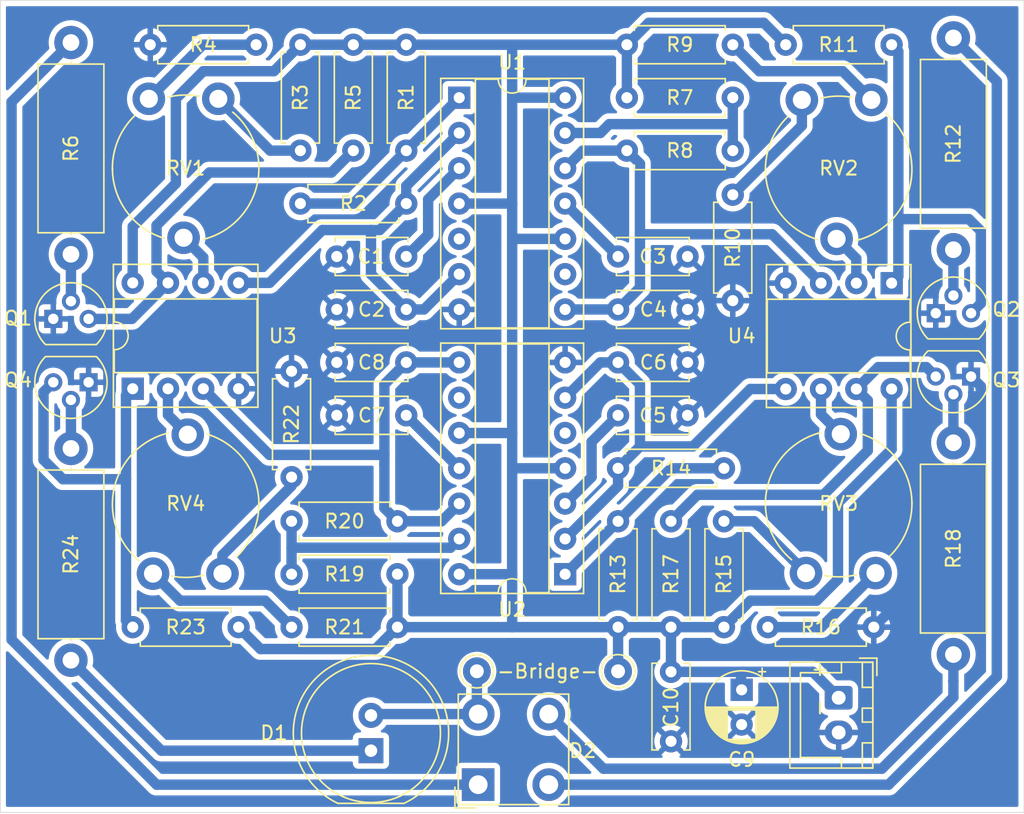
<source format=kicad_pcb>
(kicad_pcb (version 20211014) (generator pcbnew)
  (layers (0 "F.Cu" signal) (31 "B.Cu" signal) (34 "B.Paste" user) (35 "F.Paste" user) (36 "B.SilkS" user "B.Silkscreen") (37 "F.SilkS" user "F.Silkscreen") (38 "B.Mask" user) (39 "F.Mask" user) (44 "Edge.Cuts" user))
  (net 0 "")
  (net 1 "GND")
  (net 2 "Net-(C1-Pad1)")
  (net 3 "Net-(C2-Pad1)")
  (net 4 "Net-(C3-Pad1)")
  (net 5 "Net-(C4-Pad1)")
  (net 6 "Net-(C5-Pad1)")
  (net 7 "Net-(C6-Pad1)")
  (net 8 "Net-(C7-Pad1)")
  (net 9 "Net-(C8-Pad1)")
  (net 10 "VCC")
  (net 11 "Red")
  (net 12 "Blue")
  (net 13 "Green")
  (net 14 "Net-(R1-Pad2)")
  (net 15 "Net-(R7-Pad2)")
  (net 16 "Net-(Q1-Pad2)")
  (net 17 "Net-(Q2-Pad2)")
  (net 18 "Net-(Q3-Pad2)")
  (net 19 "Net-(Q4-Pad2)")
  (net 20 "Net-(R3-Pad2)")
  (net 21 "Net-(R4-Pad1)")
  (net 22 "Net-(R9-Pad2)")
  (net 23 "Net-(R10-Pad1)")
  (net 24 "Net-(R13-Pad2)")
  (net 25 "Net-(R15-Pad2)")
  (net 26 "Net-(R16-Pad1)")
  (net 27 "Net-(R19-Pad2)")
  (net 28 "Net-(R21-Pad2)")
  (net 29 "Net-(R22-Pad1)")
  (net 30 "Net-(D1-Pad1)")
  (net 31 "Net-(RV2-Pad2)")
  (net 32 "Net-(RV3-Pad2)")
  (net 33 "Net-(RV4-Pad2)")
  (net 38 "Net-(Q1-Pad3)")
  (net 39 "V_LED")
  (net 40 "Net-(RV1-Pad2)")
  (net 41 "Net-(Q2-Pad3)")
  (net 42 "Net-(Q3-Pad3)")
  (net 43 "Net-(Q4-Pad3)")
  (footprint "Capacitor_THT:C_Disc_D6.0mm_W2.5mm_P5.00mm" (layer "F.Cu") (at 114.934999 117.584315 -90)
    (fp_text reference "C10" (at 2.54 0 90) (layer "F.SilkS"))
    (fp_text value "100n")
    (pad "1" thru_hole circle locked (at 0 0 270) (size 1.6 1.6) (drill 0.8) (layers *.Cu *.Mask) (net 10 "VCC"))
    (pad "2" thru_hole circle locked (at 5 0 270) (size 1.6 1.6) (drill 0.8) (layers *.Cu *.Mask) (net 1 "GND"))
  )
  (footprint "LED_THT:LED_D10.0mm" (layer "F.Cu") (at 93.344999 123.259315 90)
    (fp_text reference "D1" (at 1.27 -6.985) (layer "F.SilkS"))
    (fp_text value "White")
    (pad "1" thru_hole rect locked (at 0 0 90) (size 1.8 1.8) (drill 0.9) (layers *.Cu *.Mask) (net 30 "Net-(D1-Pad1)"))
    (pad "2" thru_hole circle locked (at 2.54 0 90) (size 1.8 1.8) (drill 0.9) (layers *.Cu *.Mask) (net 39 "V_LED"))
  )
  (footprint "LED_THT:LED_BL-FL7680RGB" (layer "F.Cu") (at 101.059999 125.704315 90)
    (fp_text reference "D2" (at 2.445 7.525) (layer "F.SilkS"))
    (fp_text value "LED_RGBA")
    (pad "1" thru_hole rect locked (at 0 0 90) (size 2.35 2.35) (drill 1.35) (layers *.Cu *.Mask) (net 11 "Red"))
    (pad "2" thru_hole circle locked (at 0 5.08 90) (size 2.35 2.35) (drill 1.35) (layers *.Cu *.Mask) (net 13 "Green"))
    (pad "3" thru_hole circle locked (at 5.08 5.08 90) (size 2.35 2.35) (drill 1.35) (layers *.Cu *.Mask) (net 12 "Blue"))
    (pad "4" thru_hole circle locked (at 5.08 0 90) (size 2.35 2.35) (drill 1.35) (layers *.Cu *.Mask) (net 39 "V_LED"))
  )
  (footprint "Package_TO_SOT_THT:TO-92" (layer "F.Cu") (at 133.984994 91.777577)
    (fp_text reference "Q2" (at 5.080005 -0.268262) (layer "F.SilkS"))
    (fp_text value "BC639")
    (pad "1" thru_hole rect locked (at 0 0) (size 1.3 1.3) (drill 0.75) (layers *.Cu *.Mask) (net 1 "GND"))
    (pad "2" thru_hole circle locked (at 1.27 -1.27) (size 1.3 1.3) (drill 0.75) (layers *.Cu *.Mask) (net 17 "Net-(Q2-Pad2)"))
    (pad "3" thru_hole circle locked (at 2.54 0) (size 1.3 1.3) (drill 0.75) (layers *.Cu *.Mask) (net 41 "Net-(Q2-Pad3)"))
  )
  (footprint "Package_TO_SOT_THT:TO-92" (layer "F.Cu") (at 136.524994 96.338826 180)
    (fp_text reference "Q3" (at -2.540005 -0.250489) (layer "F.SilkS"))
    (fp_text value "BC639")
    (pad "1" thru_hole rect locked (at 0 0 180) (size 1.3 1.3) (drill 0.75) (layers *.Cu *.Mask) (net 1 "GND"))
    (pad "2" thru_hole circle locked (at 1.27 -1.27 180) (size 1.3 1.3) (drill 0.75) (layers *.Cu *.Mask) (net 18 "Net-(Q3-Pad2)"))
    (pad "3" thru_hole circle locked (at 2.54 0 180) (size 1.3 1.3) (drill 0.75) (layers *.Cu *.Mask) (net 42 "Net-(Q3-Pad3)"))
  )
  (footprint "Package_TO_SOT_THT:TO-92" (layer "F.Cu") (at 73.024994 96.748063 180)
    (fp_text reference "Q4" (at 5.079995 0.158748) (layer "F.SilkS"))
    (fp_text value "BC639")
    (pad "1" thru_hole rect locked (at 0 0 180) (size 1.3 1.3) (drill 0.75) (layers *.Cu *.Mask) (net 1 "GND"))
    (pad "2" thru_hole circle locked (at 1.27 -1.27 180) (size 1.3 1.3) (drill 0.75) (layers *.Cu *.Mask) (net 19 "Net-(Q4-Pad2)"))
    (pad "3" thru_hole circle locked (at 2.54 0 180) (size 1.3 1.3) (drill 0.75) (layers *.Cu *.Mask) (net 43 "Net-(Q4-Pad3)"))
  )
  (footprint "Resistor_THT:R_Axial_DIN0414_L11.9mm_D4.5mm_P15.24mm_Horizontal" (layer "F.Cu") (at 71.754994 87.540567 90)
    (fp_text reference "R6" (at 7.62 0.000001 90) (layer "F.SilkS"))
    (fp_text value "150")
    (pad "1" thru_hole circle (at 0 0 90) (size 2.4 2.4) (drill 1.2) (layers *.Cu *.Mask) (net 16 "Net-(Q1-Pad2)"))
    (pad "2" thru_hole oval (at 15.24 0 90) (size 2.4 2.4) (drill 1.2) (layers *.Cu *.Mask) (net 11 "Red"))
  )
  (footprint "Resistor_THT:R_Axial_DIN0414_L11.9mm_D4.5mm_P15.24mm_Horizontal" (layer "F.Cu") (at 135.254994 87.210078 90)
    (fp_text reference "R12" (at 7.62 0 90) (layer "F.SilkS"))
    (fp_text value "180")
    (pad "1" thru_hole circle (at 0 0 90) (size 2.4 2.4) (drill 1.2) (layers *.Cu *.Mask) (net 17 "Net-(Q2-Pad2)"))
    (pad "2" thru_hole oval (at 15.24 0 90) (size 2.4 2.4) (drill 1.2) (layers *.Cu *.Mask) (net 13 "Green"))
  )
  (footprint "Resistor_THT:R_Axial_DIN0207_L6.3mm_D2.5mm_P7.62mm_Horizontal" (layer "F.Cu") (at 111.124994 114.369317 90)
    (fp_text reference "R13" (at 3.81 0 90) (layer "F.SilkS"))
    (fp_text value "10k")
    (pad "1" thru_hole circle locked (at 0 0 90) (size 1.6 1.6) (drill 0.8) (layers *.Cu *.Mask) (net 10 "VCC"))
    (pad "2" thru_hole oval locked (at 7.62 0 90) (size 1.6 1.6) (drill 0.8) (layers *.Cu *.Mask) (net 24 "Net-(R13-Pad2)"))
  )
  (footprint "Resistor_THT:R_Axial_DIN0207_L6.3mm_D2.5mm_P7.62mm_Horizontal" (layer "F.Cu") (at 118.744994 114.369312 90)
    (fp_text reference "R15" (at 3.81 0 90) (layer "F.SilkS"))
    (fp_text value "82k")
    (pad "1" thru_hole circle locked (at 0 0 90) (size 1.6 1.6) (drill 0.8) (layers *.Cu *.Mask) (net 10 "VCC"))
    (pad "2" thru_hole oval locked (at 7.62 0 90) (size 1.6 1.6) (drill 0.8) (layers *.Cu *.Mask) (net 25 "Net-(R15-Pad2)"))
  )
  (footprint "Resistor_THT:R_Axial_DIN0207_L6.3mm_D2.5mm_P7.62mm_Horizontal" (layer "F.Cu") (at 121.906179 114.369312)
    (fp_text reference "R16" (at 3.81 0) (layer "F.SilkS"))
    (fp_text value "82k")
    (pad "1" thru_hole circle locked (at 0 0) (size 1.6 1.6) (drill 0.8) (layers *.Cu *.Mask) (net 26 "Net-(R16-Pad1)"))
    (pad "2" thru_hole oval locked (at 7.62 0) (size 1.6 1.6) (drill 0.8) (layers *.Cu *.Mask) (net 1 "GND"))
  )
  (footprint "Resistor_THT:R_Axial_DIN0414_L11.9mm_D4.5mm_P15.24mm_Horizontal" (layer "F.Cu") (at 135.254994 101.101327 -90)
    (fp_text reference "R18" (at 7.62 0 -90) (layer "F.SilkS"))
    (fp_text value "180")
    (pad "1" thru_hole circle (at 0 0 270) (size 2.4 2.4) (drill 1.2) (layers *.Cu *.Mask) (net 18 "Net-(Q3-Pad2)"))
    (pad "2" thru_hole oval (at 15.24 0 270) (size 2.4 2.4) (drill 1.2) (layers *.Cu *.Mask) (net 12 "Blue"))
  )
  (footprint "Resistor_THT:R_Axial_DIN0207_L6.3mm_D2.5mm_P7.62mm_Horizontal" (layer "F.Cu") (at 87.629994 103.574317 90)
    (fp_text reference "R22" (at 3.81 0 90) (layer "F.SilkS"))
    (fp_text value "82k")
    (pad "1" thru_hole circle locked (at 0 0 90) (size 1.6 1.6) (drill 0.8) (layers *.Cu *.Mask) (net 29 "Net-(R22-Pad1)"))
    (pad "2" thru_hole oval locked (at 7.62 0 90) (size 1.6 1.6) (drill 0.8) (layers *.Cu *.Mask) (net 1 "GND"))
  )
  (footprint "Resistor_THT:R_Axial_DIN0414_L11.9mm_D4.5mm_P15.24mm_Horizontal" (layer "F.Cu") (at 71.754994 101.510564 -90)
    (fp_text reference "R24" (at 7.62 -0.000001 -90) (layer "F.SilkS"))
    (fp_text value "220")
    (pad "1" thru_hole circle (at 0 0 270) (size 2.4 2.4) (drill 1.2) (layers *.Cu *.Mask) (net 19 "Net-(Q4-Pad2)"))
    (pad "2" thru_hole oval (at 15.24 0 270) (size 2.4 2.4) (drill 1.2) (layers *.Cu *.Mask) (net 30 "Net-(D1-Pad1)"))
  )
  (footprint "Potentiometer_THT:Potentiometer_Piher_PT-10-V10_Vertical" (layer "F.Cu") (at 129.649995 110.479317 90)
    (fp_text reference "RV3" (at 5.000002 -2.649996) (layer "F.SilkS"))
    (fp_text value "100k")
    (pad "1" thru_hole circle locked (at 0 0 90) (size 2.34 2.34) (drill 1.3) (layers *.Cu *.Mask) (net 26 "Net-(R16-Pad1)"))
    (pad "2" thru_hole circle locked (at 10 -2.5 90) (size 2.34 2.34) (drill 1.3) (layers *.Cu *.Mask) (net 32 "Net-(RV3-Pad2)"))
    (pad "3" thru_hole circle locked (at 0 -5 90) (size 2.34 2.34) (drill 1.3) (layers *.Cu *.Mask) (net 25 "Net-(R15-Pad2)"))
  )
  (footprint "Potentiometer_THT:Potentiometer_Piher_PT-10-V10_Vertical" (layer "F.Cu") (at 82.659995 110.519806 90)
    (fp_text reference "RV4" (at 5.040491 -2.649996 180) (layer "F.SilkS"))
    (fp_text value "100k")
    (pad "1" thru_hole circle locked (at 0 0 90) (size 2.34 2.34) (drill 1.3) (layers *.Cu *.Mask) (net 29 "Net-(R22-Pad1)"))
    (pad "2" thru_hole circle locked (at 10 -2.5 90) (size 2.34 2.34) (drill 1.3) (layers *.Cu *.Mask) (net 33 "Net-(RV4-Pad2)"))
    (pad "3" thru_hole circle locked (at 0 -5 90) (size 2.34 2.34) (drill 1.3) (layers *.Cu *.Mask) (net 28 "Net-(R21-Pad2)"))
  )
  (footprint "Resistor_THT:R_Axial_DIN0207_L6.3mm_D2.5mm_P7.62mm_Horizontal" (layer "F.Cu") (at 111.759995 76.269313)
    (fp_text reference "R7" (at 3.81 0) (layer "F.SilkS"))
    (fp_text value "10k")
    (pad "1" thru_hole circle locked (at 0 0) (size 1.6 1.6) (drill 0.8) (layers *.Cu *.Mask) (net 10 "VCC"))
    (pad "2" thru_hole oval locked (at 7.62 0) (size 1.6 1.6) (drill 0.8) (layers *.Cu *.Mask) (net 15 "Net-(R7-Pad2)"))
  )
  (footprint "Resistor_THT:R_Axial_DIN0207_L6.3mm_D2.5mm_P7.62mm_Horizontal" (layer "F.Cu") (at 95.884994 72.459315 -90)
    (fp_text reference "R1" (at 3.81 0 90) (layer "F.SilkS"))
    (fp_text value "10k")
    (pad "1" thru_hole circle locked (at 0 0 270) (size 1.6 1.6) (drill 0.8) (layers *.Cu *.Mask) (net 10 "VCC"))
    (pad "2" thru_hole oval locked (at 7.62 0 270) (size 1.6 1.6) (drill 0.8) (layers *.Cu *.Mask) (net 14 "Net-(R1-Pad2)"))
  )
  (footprint "Package_DIP:DIP-8_W7.62mm_Socket" (layer "F.Cu") (at 76.199995 97.214317 90)
    (fp_text reference "U3" (at 3.8 10.794999 180) (layer "F.SilkS"))
    (fp_text value "LM393")
    (pad "1" thru_hole rect locked (at 0 0 90) (size 1.6 1.6) (drill 0.8) (layers *.Cu *.Mask) (net 43 "Net-(Q4-Pad3)"))
    (pad "2" thru_hole oval locked (at 0 2.54 90) (size 1.6 1.6) (drill 0.8) (layers *.Cu *.Mask) (net 33 "Net-(RV4-Pad2)"))
    (pad "3" thru_hole oval locked (at 0 5.08 90) (size 1.6 1.6) (drill 0.8) (layers *.Cu *.Mask) (net 9 "Net-(C8-Pad1)"))
    (pad "4" thru_hole oval locked (at 0 7.62 90) (size 1.6 1.6) (drill 0.8) (layers *.Cu *.Mask) (net 1 "GND"))
    (pad "5" thru_hole oval locked (at 7.62 7.62 90) (size 1.6 1.6) (drill 0.8) (layers *.Cu *.Mask) (net 3 "Net-(C2-Pad1)"))
    (pad "6" thru_hole oval locked (at 7.62 5.08 90) (size 1.6 1.6) (drill 0.8) (layers *.Cu *.Mask) (net 40 "Net-(RV1-Pad2)"))
    (pad "7" thru_hole oval locked (at 7.62 2.54 90) (size 1.6 1.6) (drill 0.8) (layers *.Cu *.Mask) (net 38 "Net-(Q1-Pad3)"))
    (pad "8" thru_hole oval locked (at 7.62 0 90) (size 1.6 1.6) (drill 0.8) (layers *.Cu *.Mask) (net 10 "VCC"))
  )
  (footprint "Resistor_THT:R_Axial_DIN0207_L6.3mm_D2.5mm_P7.62mm_Horizontal" (layer "F.Cu") (at 85.081071 72.459312 180)
    (fp_text reference "R4" (at 3.81 0) (layer "F.SilkS"))
    (fp_text value "82k")
    (pad "1" thru_hole circle locked (at 0 0 180) (size 1.6 1.6) (drill 0.8) (layers *.Cu *.Mask) (net 21 "Net-(R4-Pad1)"))
    (pad "2" thru_hole oval locked (at 7.62 0 180) (size 1.6 1.6) (drill 0.8) (layers *.Cu *.Mask) (net 1 "GND"))
  )
  (footprint "Resistor_THT:R_Axial_DIN0207_L6.3mm_D2.5mm_P7.62mm_Horizontal" (layer "F.Cu") (at 111.759995 72.459313)
    (fp_text reference "R9" (at 3.81 0) (layer "F.SilkS"))
    (fp_text value "82k")
    (pad "1" thru_hole circle locked (at 0 0) (size 1.6 1.6) (drill 0.8) (layers *.Cu *.Mask) (net 10 "VCC"))
    (pad "2" thru_hole oval locked (at 7.62 0) (size 1.6 1.6) (drill 0.8) (layers *.Cu *.Mask) (net 22 "Net-(R9-Pad2)"))
  )
  (footprint "Resistor_THT:R_Axial_DIN0207_L6.3mm_D2.5mm_P7.62mm_Horizontal" (layer "F.Cu") (at 119.379995 83.254317 -90)
    (fp_text reference "R10" (at 3.81 0 90) (layer "F.SilkS"))
    (fp_text value "82k")
    (pad "1" thru_hole circle locked (at 0 0 270) (size 1.6 1.6) (drill 0.8) (layers *.Cu *.Mask) (net 23 "Net-(R10-Pad1)"))
    (pad "2" thru_hole oval locked (at 7.62 0 270) (size 1.6 1.6) (drill 0.8) (layers *.Cu *.Mask) (net 1 "GND"))
  )
  (footprint "Resistor_THT:R_Axial_DIN0207_L6.3mm_D2.5mm_P7.62mm_Horizontal" (layer "F.Cu") (at 88.264994 72.459312 -90)
    (fp_text reference "R3" (at 3.81 0.000004 -270) (layer "F.SilkS"))
    (fp_text value "82k")
    (pad "1" thru_hole circle locked (at 0 0 270) (size 1.6 1.6) (drill 0.8) (layers *.Cu *.Mask) (net 10 "VCC"))
    (pad "2" thru_hole oval locked (at 7.62 0 270) (size 1.6 1.6) (drill 0.8) (layers *.Cu *.Mask) (net 20 "Net-(R3-Pad2)"))
  )
  (footprint "Potentiometer_THT:Potentiometer_Piher_PT-10-V10_Vertical" (layer "F.Cu") (at 77.359995 76.349317 -90)
    (fp_text reference "RV1" (at 4.999998 -2.650004 180) (layer "F.SilkS"))
    (fp_text value "100k")
    (pad "1" thru_hole circle locked (at 0 0 270) (size 2.34 2.34) (drill 1.3) (layers *.Cu *.Mask) (net 21 "Net-(R4-Pad1)"))
    (pad "2" thru_hole circle locked (at 10 -2.5 270) (size 2.34 2.34) (drill 1.3) (layers *.Cu *.Mask) (net 40 "Net-(RV1-Pad2)"))
    (pad "3" thru_hole circle locked (at 0 -5 270) (size 2.34 2.34) (drill 1.3) (layers *.Cu *.Mask) (net 20 "Net-(R3-Pad2)"))
  )
  (footprint "Potentiometer_THT:Potentiometer_Piher_PT-10-V10_Vertical" (layer "F.Cu") (at 124.349995 76.429317 -90)
    (fp_text reference "RV2" (at 4.919998 -2.650004 180) (layer "F.SilkS"))
    (fp_text value "100k")
    (pad "1" thru_hole circle locked (at 0 0 270) (size 2.34 2.34) (drill 1.3) (layers *.Cu *.Mask) (net 23 "Net-(R10-Pad1)"))
    (pad "2" thru_hole circle locked (at 10 -2.5 270) (size 2.34 2.34) (drill 1.3) (layers *.Cu *.Mask) (net 31 "Net-(RV2-Pad2)"))
    (pad "3" thru_hole circle locked (at 0 -5 270) (size 2.34 2.34) (drill 1.3) (layers *.Cu *.Mask) (net 22 "Net-(R9-Pad2)"))
  )
  (footprint "Package_DIP:DIP-8_W7.62mm_Socket" (layer "F.Cu") (at 130.809995 89.614317 -90)
    (fp_text reference "U4" (at 3.8 10.795001 180) (layer "F.SilkS"))
    (fp_text value "LM393")
    (pad "1" thru_hole rect locked (at 0 0 270) (size 1.6 1.6) (drill 0.8) (layers *.Cu *.Mask) (net 41 "Net-(Q2-Pad3)"))
    (pad "2" thru_hole oval locked (at 0 2.54 270) (size 1.6 1.6) (drill 0.8) (layers *.Cu *.Mask) (net 31 "Net-(RV2-Pad2)"))
    (pad "3" thru_hole oval locked (at 0 5.08 270) (size 1.6 1.6) (drill 0.8) (layers *.Cu *.Mask) (net 5 "Net-(C4-Pad1)"))
    (pad "4" thru_hole oval locked (at 0 7.62 270) (size 1.6 1.6) (drill 0.8) (layers *.Cu *.Mask) (net 1 "GND"))
    (pad "5" thru_hole oval locked (at 7.62 7.62 270) (size 1.6 1.6) (drill 0.8) (layers *.Cu *.Mask) (net 7 "Net-(C6-Pad1)"))
    (pad "6" thru_hole oval locked (at 7.62 5.08 270) (size 1.6 1.6) (drill 0.8) (layers *.Cu *.Mask) (net 32 "Net-(RV3-Pad2)"))
    (pad "7" thru_hole oval locked (at 7.62 2.54 270) (size 1.6 1.6) (drill 0.8) (layers *.Cu *.Mask) (net 42 "Net-(Q3-Pad3)"))
    (pad "8" thru_hole oval locked (at 7.62 0 270) (size 1.6 1.6) (drill 0.8) (layers *.Cu *.Mask) (net 10 "VCC"))
  )
  (footprint "Package_TO_SOT_THT:TO-92" (layer "F.Cu") (at 70.484994 92.186817)
    (fp_text reference "Q1" (at -2.539995 -0.042502) (layer "F.SilkS"))
    (fp_text value "BC639")
    (pad "1" thru_hole rect locked (at 0 0) (size 1.3 1.3) (drill 0.75) (layers *.Cu *.Mask) (net 1 "GND"))
    (pad "2" thru_hole circle locked (at 1.27 -1.27) (size 1.3 1.3) (drill 0.75) (layers *.Cu *.Mask) (net 16 "Net-(Q1-Pad2)"))
    (pad "3" thru_hole circle locked (at 2.54 0) (size 1.3 1.3) (drill 0.75) (layers *.Cu *.Mask) (net 38 "Net-(Q1-Pad3)"))
  )
  (footprint "Capacitor_THT:C_Disc_D5.0mm_W2.5mm_P5.00mm" (layer "F.Cu") (at 95.884994 87.699318 180)
    (fp_text reference "C1" (at 2.539996 0) (layer "F.SilkS"))
    (fp_text value "10n")
    (pad "1" thru_hole circle locked (at 0 0 180) (size 1.6 1.6) (drill 0.8) (layers *.Cu *.Mask) (net 2 "Net-(C1-Pad1)"))
    (pad "2" thru_hole circle locked (at 5 0 180) (size 1.6 1.6) (drill 0.8) (layers *.Cu *.Mask) (net 1 "GND"))
  )
  (footprint "Capacitor_THT:C_Disc_D5.0mm_W2.5mm_P5.00mm" (layer "F.Cu") (at 111.124996 91.509325)
    (fp_text reference "C4" (at 2.539999 -0.000007) (layer "F.SilkS"))
    (fp_text value "10n")
    (pad "1" thru_hole circle locked (at 0 0) (size 1.6 1.6) (drill 0.8) (layers *.Cu *.Mask) (net 5 "Net-(C4-Pad1)"))
    (pad "2" thru_hole circle locked (at 5 0) (size 1.6 1.6) (drill 0.8) (layers *.Cu *.Mask) (net 1 "GND"))
  )
  (footprint "Capacitor_THT:C_Disc_D5.0mm_W2.5mm_P5.00mm" (layer "F.Cu") (at 111.124995 99.129318)
    (fp_text reference "C5" (at 2.5 -0.000001) (layer "F.SilkS"))
    (fp_text value "10n")
    (pad "1" thru_hole circle locked (at 0 0) (size 1.6 1.6) (drill 0.8) (layers *.Cu *.Mask) (net 6 "Net-(C5-Pad1)"))
    (pad "2" thru_hole circle locked (at 5 0) (size 1.6 1.6) (drill 0.8) (layers *.Cu *.Mask) (net 1 "GND"))
  )
  (footprint "Capacitor_THT:C_Disc_D5.0mm_W2.5mm_P5.00mm" (layer "F.Cu") (at 111.124995 87.699317)
    (fp_text reference "C3" (at 2.5 0.000001) (layer "F.SilkS"))
    (fp_text value "10n")
    (pad "1" thru_hole circle locked (at 0 0) (size 1.6 1.6) (drill 0.8) (layers *.Cu *.Mask) (net 4 "Net-(C3-Pad1)"))
    (pad "2" thru_hole circle locked (at 5 0) (size 1.6 1.6) (drill 0.8) (layers *.Cu *.Mask) (net 1 "GND"))
  )
  (footprint "Resistor_THT:R_Axial_DIN0207_L6.3mm_D2.5mm_P7.62mm_Horizontal" (layer "F.Cu") (at 119.379994 80.079313 180)
    (fp_text reference "R8" (at 3.809999 0) (layer "F.SilkS"))
    (fp_text value "10k")
    (pad "1" thru_hole circle locked (at 0 0 180) (size 1.6 1.6) (drill 0.8) (layers *.Cu *.Mask) (net 15 "Net-(R7-Pad2)"))
    (pad "2" thru_hole oval locked (at 7.62 0 180) (size 1.6 1.6) (drill 0.8) (layers *.Cu *.Mask) (net 5 "Net-(C4-Pad1)"))
  )
  (footprint "Resistor_THT:R_Axial_DIN0207_L6.3mm_D2.5mm_P7.62mm_Horizontal" (layer "F.Cu") (at 118.744994 102.939319 180)
    (fp_text reference "R14" (at 3.809999 0.000001) (layer "F.SilkS"))
    (fp_text value "10k")
    (pad "1" thru_hole circle locked (at 0 0 180) (size 1.6 1.6) (drill 0.8) (layers *.Cu *.Mask) (net 24 "Net-(R13-Pad2)"))
    (pad "2" thru_hole oval locked (at 7.62 0 180) (size 1.6 1.6) (drill 0.8) (layers *.Cu *.Mask) (net 7 "Net-(C6-Pad1)"))
  )
  (footprint "Capacitor_THT:C_Disc_D5.0mm_W2.5mm_P5.00mm" (layer "F.Cu") (at 95.884993 91.509312 180)
    (fp_text reference "C2" (at 2.5 -0.000006) (layer "F.SilkS"))
    (fp_text value "10n")
    (pad "1" thru_hole circle locked (at 0 0 180) (size 1.6 1.6) (drill 0.8) (layers *.Cu *.Mask) (net 3 "Net-(C2-Pad1)"))
    (pad "2" thru_hole circle locked (at 5 0 180) (size 1.6 1.6) (drill 0.8) (layers *.Cu *.Mask) (net 1 "GND"))
  )
  (footprint "Capacitor_THT:C_Disc_D5.0mm_W2.5mm_P5.00mm" (layer "F.Cu") (at 95.884995 99.129316 180)
    (fp_text reference "C7" (at 2.5 -0.000002) (layer "F.SilkS"))
    (fp_text value "10n")
    (pad "1" thru_hole circle locked (at 0 0 180) (size 1.6 1.6) (drill 0.8) (layers *.Cu *.Mask) (net 8 "Net-(C7-Pad1)"))
    (pad "2" thru_hole circle locked (at 5 0 180) (size 1.6 1.6) (drill 0.8) (layers *.Cu *.Mask) (net 1 "GND"))
  )
  (footprint "Resistor_THT:R_Axial_DIN0207_L6.3mm_D2.5mm_P7.62mm_Horizontal" (layer "F.Cu") (at 88.264995 83.889317)
    (fp_text reference "R2" (at 3.809999 0.000001) (layer "F.SilkS"))
    (fp_text value "10k")
    (pad "1" thru_hole circle locked (at 0 0) (size 1.6 1.6) (drill 0.8) (layers *.Cu *.Mask) (net 14 "Net-(R1-Pad2)"))
    (pad "2" thru_hole oval locked (at 7.62 0) (size 1.6 1.6) (drill 0.8) (layers *.Cu *.Mask) (net 3 "Net-(C2-Pad1)"))
  )
  (footprint "Capacitor_THT:C_Disc_D5.0mm_W2.5mm_P5.00mm" (layer "F.Cu") (at 111.125001 95.319315)
    (fp_text reference "C6" (at 2.539993 0.000002) (layer "F.SilkS"))
    (fp_text value "10n")
    (pad "1" thru_hole circle locked (at 0 0) (size 1.6 1.6) (drill 0.8) (layers *.Cu *.Mask) (net 7 "Net-(C6-Pad1)"))
    (pad "2" thru_hole circle locked (at 5 0) (size 1.6 1.6) (drill 0.8) (layers *.Cu *.Mask) (net 1 "GND"))
  )
  (footprint "Capacitor_THT:C_Disc_D5.0mm_W2.5mm_P5.00mm" (layer "F.Cu") (at 95.884998 95.319318 180)
    (fp_text reference "C8" (at 2.5 0) (layer "F.SilkS"))
    (fp_text value "10n")
    (pad "1" thru_hole circle locked (at 0 0 180) (size 1.6 1.6) (drill 0.8) (layers *.Cu *.Mask) (net 9 "Net-(C8-Pad1)"))
    (pad "2" thru_hole circle locked (at 5 0 180) (size 1.6 1.6) (drill 0.8) (layers *.Cu *.Mask) (net 1 "GND"))
  )
  (footprint "Package_DIP:DIP-14_W7.62mm_Socket" (layer "F.Cu") (at 107.314995 110.559309 180)
    (fp_text reference "U2" (at 3.810001 -2.540008) (layer "F.SilkS"))
    (fp_text value "NE556")
    (pad "1" thru_hole rect locked (at 0 0 180) (size 1.6 1.6) (drill 0.8) (layers *.Cu *.Mask) (net 24 "Net-(R13-Pad2)"))
    (pad "2" thru_hole oval locked (at 0 2.54 180) (size 1.6 1.6) (drill 0.8) (layers *.Cu *.Mask) (net 7 "Net-(C6-Pad1)"))
    (pad "3" thru_hole oval locked (at 0 5.08 180) (size 1.6 1.6) (drill 0.8) (layers *.Cu *.Mask) (net 6 "Net-(C5-Pad1)"))
    (pad "4" thru_hole oval locked (at 0 7.62 180) (size 1.6 1.6) (drill 0.8) (layers *.Cu *.Mask) (net 10 "VCC"))
    (pad "5" thru_hole oval locked (at 0 10.16 180) (size 1.6 1.6) (drill 0.8) (layers *.Cu *.Mask))
    (pad "6" thru_hole oval locked (at 0 12.7 180) (size 1.6 1.6) (drill 0.8) (layers *.Cu *.Mask) (net 7 "Net-(C6-Pad1)"))
    (pad "7" thru_hole oval locked (at 0 15.24 180) (size 1.6 1.6) (drill 0.8) (layers *.Cu *.Mask) (net 1 "GND"))
    (pad "8" thru_hole oval locked (at 7.62 15.24 180) (size 1.6 1.6) (drill 0.8) (layers *.Cu *.Mask) (net 9 "Net-(C8-Pad1)"))
    (pad "9" thru_hole oval locked (at 7.62 12.7 180) (size 1.6 1.6) (drill 0.8) (layers *.Cu *.Mask))
    (pad "10" thru_hole oval locked (at 7.62 10.16 180) (size 1.6 1.6) (drill 0.8) (layers *.Cu *.Mask) (net 10 "VCC"))
    (pad "11" thru_hole oval locked (at 7.62 7.62 180) (size 1.6 1.6) (drill 0.8) (layers *.Cu *.Mask) (net 8 "Net-(C7-Pad1)"))
    (pad "12" thru_hole oval locked (at 7.62 5.08 180) (size 1.6 1.6) (drill 0.8) (layers *.Cu *.Mask) (net 9 "Net-(C8-Pad1)"))
    (pad "13" thru_hole oval locked (at 7.62 2.54 180) (size 1.6 1.6) (drill 0.8) (layers *.Cu *.Mask) (net 27 "Net-(R19-Pad2)"))
    (pad "14" thru_hole oval locked (at 7.62 0 180) (size 1.6 1.6) (drill 0.8) (layers *.Cu *.Mask) (net 10 "VCC"))
  )
  (footprint "Package_DIP:DIP-14_W7.62mm_Socket" (layer "F.Cu") (at 99.694995 76.269317)
    (fp_text reference "U1" (at 3.809999 -2.54) (layer "F.SilkS"))
    (fp_text value "NE556")
    (pad "1" thru_hole rect locked (at 0 0) (size 1.6 1.6) (drill 0.8) (layers *.Cu *.Mask) (net 14 "Net-(R1-Pad2)"))
    (pad "2" thru_hole oval locked (at 0 2.54) (size 1.6 1.6) (drill 0.8) (layers *.Cu *.Mask) (net 3 "Net-(C2-Pad1)"))
    (pad "3" thru_hole oval locked (at 0 5.08) (size 1.6 1.6) (drill 0.8) (layers *.Cu *.Mask) (net 2 "Net-(C1-Pad1)"))
    (pad "4" thru_hole oval locked (at 0 7.62) (size 1.6 1.6) (drill 0.8) (layers *.Cu *.Mask) (net 10 "VCC"))
    (pad "5" thru_hole oval locked (at 0 10.16) (size 1.6 1.6) (drill 0.8) (layers *.Cu *.Mask))
    (pad "6" thru_hole oval locked (at 0 12.7) (size 1.6 1.6) (drill 0.8) (layers *.Cu *.Mask) (net 3 "Net-(C2-Pad1)"))
    (pad "7" thru_hole oval locked (at 0 15.24) (size 1.6 1.6) (drill 0.8) (layers *.Cu *.Mask) (net 1 "GND"))
    (pad "8" thru_hole oval locked (at 7.62 15.24) (size 1.6 1.6) (drill 0.8) (layers *.Cu *.Mask) (net 5 "Net-(C4-Pad1)"))
    (pad "9" thru_hole oval locked (at 7.62 12.7) (size 1.6 1.6) (drill 0.8) (layers *.Cu *.Mask))
    (pad "10" thru_hole oval locked (at 7.62 10.16) (size 1.6 1.6) (drill 0.8) (layers *.Cu *.Mask) (net 10 "VCC"))
    (pad "11" thru_hole oval locked (at 7.62 7.62) (size 1.6 1.6) (drill 0.8) (layers *.Cu *.Mask) (net 4 "Net-(C3-Pad1)"))
    (pad "12" thru_hole oval locked (at 7.62 5.08) (size 1.6 1.6) (drill 0.8) (layers *.Cu *.Mask) (net 5 "Net-(C4-Pad1)"))
    (pad "13" thru_hole oval locked (at 7.62 2.54) (size 1.6 1.6) (drill 0.8) (layers *.Cu *.Mask) (net 15 "Net-(R7-Pad2)"))
    (pad "14" thru_hole oval locked (at 7.62 0) (size 1.6 1.6) (drill 0.8) (layers *.Cu *.Mask) (net 10 "VCC"))
  )
  (footprint "Connector_JST:JST_XH_B2B-XH-A_1x02_P2.50mm_Vertical" (layer "F.Cu") (at 126.999999 119.449315 -90)
    (fp_text reference "J1" hide)
    (fp_text value "VBat")
    (pad "1" thru_hole roundrect locked (at 0 0 270) (size 1.7 2) (drill 1) (layers *.Cu *.Mask) (roundrect_rratio 0.1470588235) (net 10 "VCC"))
    (pad "2" thru_hole oval locked (at 2.5 0 270) (size 1.7 2) (drill 1) (layers *.Cu *.Mask) (net 1 "GND"))
  )
  (footprint "Resistor_THT:R_Axial_DIN0207_L6.3mm_D2.5mm_P7.62mm_Horizontal" (layer "F.Cu") (at 95.249994 110.559317 180)
    (fp_text reference "R19" (at 3.81 0) (layer "F.SilkS"))
    (fp_text value "10k")
    (pad "1" thru_hole circle locked (at 0 0 180) (size 1.6 1.6) (drill 0.8) (layers *.Cu *.Mask) (net 10 "VCC"))
    (pad "2" thru_hole oval locked (at 7.62 0 180) (size 1.6 1.6) (drill 0.8) (layers *.Cu *.Mask) (net 27 "Net-(R19-Pad2)"))
  )
  (footprint "Resistor_THT:R_Axial_DIN0207_L6.3mm_D2.5mm_P7.62mm_Horizontal" (layer "F.Cu") (at 87.629994 106.749317)
    (fp_text reference "R20" (at 3.81 0) (layer "F.SilkS"))
    (fp_text value "10k")
    (pad "1" thru_hole circle locked (at 0 0) (size 1.6 1.6) (drill 0.8) (layers *.Cu *.Mask) (net 27 "Net-(R19-Pad2)"))
    (pad "2" thru_hole oval locked (at 7.62 0) (size 1.6 1.6) (drill 0.8) (layers *.Cu *.Mask) (net 9 "Net-(C8-Pad1)"))
  )
  (footprint "Resistor_THT:R_Axial_DIN0207_L6.3mm_D2.5mm_P7.62mm_Horizontal" (layer "F.Cu") (at 95.249994 114.369317 180)
    (fp_text reference "R21" (at 3.81 0) (layer "F.SilkS"))
    (fp_text value "82k")
    (pad "1" thru_hole circle locked (at 0 0 180) (size 1.6 1.6) (drill 0.8) (layers *.Cu *.Mask) (net 10 "VCC"))
    (pad "2" thru_hole oval locked (at 7.62 0 180) (size 1.6 1.6) (drill 0.8) (layers *.Cu *.Mask) (net 28 "Net-(R21-Pad2)"))
  )
  (footprint "Capacitor_THT:CP_Radial_D5.0mm_P2.50mm" (layer "F.Cu") (at 120.014999 118.879203 -90)
    (fp_text reference "C9" (at 5.015112 0) (layer "F.SilkS"))
    (fp_text value "10u")
    (pad "1" thru_hole rect locked (at 0 0 270) (size 1.6 1.6) (drill 0.8) (layers *.Cu *.Mask) (net 10 "VCC"))
    (pad "2" thru_hole circle locked (at 2.5 0 270) (size 1.6 1.6) (drill 0.8) (layers *.Cu *.Mask) (net 1 "GND"))
  )
  (footprint "Resistor_THT:R_Axial_DIN0207_L6.3mm_D2.5mm_P7.62mm_Horizontal" (layer "F.Cu") (at 130.809995 72.459317 180)
    (fp_text reference "R11" (at 3.809996 0.000002) (layer "F.SilkS"))
    (fp_text value "4.7k")
    (pad "1" thru_hole circle (at 0 0 180) (size 1.6 1.6) (drill 0.8) (layers *.Cu *.Mask) (net 41 "Net-(Q2-Pad3)"))
    (pad "2" thru_hole oval (at 7.62 0 180) (size 1.6 1.6) (drill 0.8) (layers *.Cu *.Mask) (net 10 "VCC"))
  )
  (footprint "TestPoint:TestPoint_THTPad_D2.0mm_Drill1.0mm" (layer "F.Cu") (at 111.124999 117.544315)
    (fp_text reference "TP2" hide)
    (fp_text value "TestPoint")
    (pad "1" thru_hole circle (at 0 0) (size 2 2) (drill 1) (layers *.Cu *.Mask) (net 10 "VCC"))
  )
  (footprint "Resistor_THT:R_Axial_DIN0207_L6.3mm_D2.5mm_P7.62mm_Horizontal" (layer "F.Cu") (at 114.934995 106.74932 -90)
    (fp_text reference "R17" (at 3.81 0.000001 90) (layer "F.SilkS"))
    (fp_text value "4.7k")
    (pad "1" thru_hole circle (at 0 0 270) (size 1.6 1.6) (drill 0.8) (layers *.Cu *.Mask) (net 42 "Net-(Q3-Pad3)"))
    (pad "2" thru_hole oval (at 7.62 0 270) (size 1.6 1.6) (drill 0.8) (layers *.Cu *.Mask) (net 10 "VCC"))
  )
  (footprint "Resistor_THT:R_Axial_DIN0207_L6.3mm_D2.5mm_P7.62mm_Horizontal" (layer "F.Cu") (at 76.199995 114.369317)
    (fp_text reference "R23" (at 3.81 0) (layer "F.SilkS"))
    (fp_text value "4.7k")
    (pad "1" thru_hole circle (at 0 0) (size 1.6 1.6) (drill 0.8) (layers *.Cu *.Mask) (net 43 "Net-(Q4-Pad3)"))
    (pad "2" thru_hole oval (at 7.62 0) (size 1.6 1.6) (drill 0.8) (layers *.Cu *.Mask) (net 10 "VCC"))
  )
  (footprint "Resistor_THT:R_Axial_DIN0207_L6.3mm_D2.5mm_P7.62mm_Horizontal" (layer "F.Cu") (at 92.074995 80.079317 90)
    (fp_text reference "R5" (at 3.81 -0.000001 90) (layer "F.SilkS"))
    (fp_text value "4.7k")
    (pad "1" thru_hole circle (at 0 0 90) (size 1.6 1.6) (drill 0.8) (layers *.Cu *.Mask) (net 38 "Net-(Q1-Pad3)"))
    (pad "2" thru_hole oval (at 7.62 0 90) (size 1.6 1.6) (drill 0.8) (layers *.Cu *.Mask) (net 10 "VCC"))
  )
  (footprint "TestPoint:TestPoint_THTPad_D2.0mm_Drill1.0mm" (layer "F.Cu") (at 100.964999 117.544315)
    (fp_text reference "TP1" hide)
    (fp_text value "TestPoint")
    (pad "1" thru_hole circle (at 0 0) (size 2 2) (drill 1) (layers *.Cu *.Mask) (net 39 "V_LED"))
  )
  (gr_line (start 66.674999 127.704315) (end 140.334999 127.704315) (layer "Edge.Cuts") (width 0.05))
  (gr_line (start 140.334999 69.284315) (end 66.674999 69.284315) (layer "Edge.Cuts") (width 0.05))
  (gr_line (start 140.334999 127.704315) (end 140.334999 69.284315) (layer "Edge.Cuts") (width 0.05))
  (gr_line (start 66.674999 69.284315) (end 66.674999 127.704315) (layer "Edge.Cuts") (width 0.05))
  (gr_text "-Bridge-" (at 106.044999 117.544315) (layer "F.SilkS") (effects (font (size 1 1))))
  (gr_text "-  +" (at 125.729999 118.814315 270) (layer "F.SilkS") (effects (font (size 1 1)) (justify mirror)))
  (segment (start 137.229505 97.043337) (end 136.524994 96.338826) (width 0.75) (layer "B.Cu") (net 1))
  (segment (start 137.229505 106.665986) (end 137.229505 97.043337) (width 0.75) (layer "B.Cu") (net 1))
  (segment (start 129.526179 114.369312) (end 137.229505 106.665986) (width 0.75) (layer "B.Cu") (net 1))
  (segment (start 97.459506 83.584806) (end 99.694995 81.349317) (width 0.75) (layer "B.Cu") (net 2))
  (segment (start 97.459506 86.124806) (end 97.459506 83.584806) (width 0.75) (layer "B.Cu") (net 2))
  (segment (start 95.884994 87.699318) (end 97.459506 86.124806) (width 0.75) (layer "B.Cu") (net 2))
  (segment (start 95.884995 83.889317) (end 95.884995 82.619317) (width 0.75) (layer "B.Cu") (net 3))
  (segment (start 95.884993 91.509312) (end 97.155 91.509312) (width 0.75) (layer "B.Cu") (net 3))
  (segment (start 83.819995 89.594317) (end 86.046691 89.594317) (width 0.75) (layer "B.Cu") (net 3))
  (segment (start 95.884993 91.509312) (end 93.344995 88.969314) (width 0.75) (layer "B.Cu") (net 3))
  (segment (start 93.979995 85.794317) (end 95.884995 83.889317) (width 0.75) (layer "B.Cu") (net 3))
  (segment (start 93.344995 85.794317) (end 93.979995 85.794317) (width 0.75) (layer "B.Cu") (net 3))
  (segment (start 97.155 91.509312) (end 99.694995 88.969317) (width 0.75) (layer "B.Cu") (net 3))
  (segment (start 93.344995 88.969314) (end 93.344995 85.794317) (width 0.75) (layer "B.Cu") (net 3))
  (segment (start 95.884995 82.619317) (end 99.694995 78.809317) (width 0.75) (layer "B.Cu") (net 3))
  (segment (start 86.046691 89.594317) (end 89.846691 85.794317) (width 0.75) (layer "B.Cu") (net 3))
  (segment (start 93.344995 85.794317) (end 89.846691 85.794317) (width 0.75) (layer "B.Cu") (net 3))
  (segment (start 107.314995 83.889317) (end 111.124995 87.699317) (width 0.75) (layer "B.Cu") (net 4))
  (segment (start 111.759994 80.079313) (end 112.699506 81.018825) (width 0.75) (layer "B.Cu") (net 5))
  (segment (start 112.699506 89.934816) (end 111.124996 91.509325) (width 0.75) (layer "B.Cu") (net 5))
  (segment (start 112.699506 81.018825) (end 112.699506 89.934816) (width 0.75) (layer "B.Cu") (net 5))
  (segment (start 122.214506 86.098828) (end 125.729995 89.614317) (width 0.75) (layer "B.Cu") (net 5))
  (segment (start 108.584999 80.079313) (end 107.314995 81.349317) (width 0.75) (layer "B.Cu") (net 5))
  (segment (start 112.699506 86.098828) (end 122.214506 86.098828) (width 0.75) (layer "B.Cu") (net 5))
  (segment (start 111.124988 91.509317) (end 111.124996 91.509325) (width 0.75) (layer "B.Cu") (net 5))
  (segment (start 111.759994 80.079313) (end 108.584999 80.079313) (width 0.75) (layer "B.Cu") (net 5))
  (segment (start 107.314995 91.509317) (end 111.124988 91.509317) (width 0.75) (layer "B.Cu") (net 5))
  (segment (start 109.219995 103.574309) (end 109.219995 101.034318) (width 0.75) (layer "B.Cu") (net 6))
  (segment (start 109.219995 101.034318) (end 111.124995 99.129318) (width 0.75) (layer "B.Cu") (net 6))
  (segment (start 107.314995 105.479309) (end 109.219995 103.574309) (width 0.75) (layer "B.Cu") (net 6))
  (segment (start 111.124994 102.939319) (end 112.699506 101.364807) (width 0.75) (layer "B.Cu") (net 7))
  (segment (start 109.854989 95.319315) (end 107.314995 97.859309) (width 0.75) (layer "B.Cu") (net 7))
  (segment (start 116.509506 101.364806) (end 112.699506 101.364806) (width 0.75) (layer "B.Cu") (net 7))
  (segment (start 111.125001 95.319315) (end 109.854989 95.319315) (width 0.75) (layer "B.Cu") (net 7))
  (segment (start 123.189995 97.234317) (end 120.639995 97.234317) (width 0.75) (layer "B.Cu") (net 7))
  (segment (start 112.699506 96.89382) (end 111.125001 95.319315) (width 0.75) (layer "B.Cu") (net 7))
  (segment (start 107.314995 108.019309) (end 111.124994 104.20931) (width 0.75) (layer "B.Cu") (net 7))
  (segment (start 112.699506 101.364807) (end 112.699506 101.364806) (width 0.75) (layer "B.Cu") (net 7))
  (segment (start 111.124994 104.20931) (end 111.124994 102.939319) (width 0.75) (layer "B.Cu") (net 7))
  (segment (start 112.699506 101.364806) (end 112.699506 96.89382) (width 0.75) (layer "B.Cu") (net 7))
  (segment (start 120.639995 97.234317) (end 116.509506 101.364806) (width 0.75) (layer "B.Cu") (net 7))
  (segment (start 99.694995 102.939309) (end 99.694988 102.939309) (width 0.75) (layer "B.Cu") (net 8))
  (segment (start 99.694992 102.939312) (end 99.694995 102.939309) (width 0.75) (layer "B.Cu") (net 8))
  (segment (start 99.694988 102.939309) (end 95.884995 99.129316) (width 0.75) (layer "B.Cu") (net 8))
  (segment (start 95.885007 95.319309) (end 95.884998 95.319318) (width 0.75) (layer "B.Cu") (net 9))
  (segment (start 95.884998 95.319318) (end 94.310484 96.893832) (width 0.75) (layer "B.Cu") (net 9))
  (segment (start 81.279995 97.214317) (end 86.039506 101.973828) (width 0.75) (layer "B.Cu") (net 9))
  (segment (start 94.310484 101.973828) (end 94.310484 102.634806) (width 0.75) (layer "B.Cu") (net 9))
  (segment (start 86.039506 101.973828) (end 94.310484 101.973828) (width 0.75) (layer "B.Cu") (net 9))
  (segment (start 98.424987 106.749317) (end 99.694995 105.479309) (width 0.75) (layer "B.Cu") (net 9))
  (segment (start 94.310484 105.809806) (end 95.249994 106.749317) (width 0.75) (layer "B.Cu") (net 9))
  (segment (start 94.310484 102.634806) (end 94.310484 105.809806) (width 0.75) (layer "B.Cu") (net 9))
  (segment (start 95.249994 106.749317) (end 98.424987 106.749317) (width 0.75) (layer "B.Cu") (net 9))
  (segment (start 99.694995 95.319309) (end 95.885007 95.319309) (width 0.75) (layer "B.Cu") (net 9))
  (segment (start 94.310484 96.893832) (end 94.310484 101.973828) (width 0.75) (layer "B.Cu") (net 9))
  (segment (start 103.504995 100.399309) (end 103.504999 100.399313) (width 0.75) (layer "B.Cu") (net 10))
  (segment (start 99.694995 110.559309) (end 103.504987 110.559309) (width 0.75) (layer "B.Cu") (net 10))
  (segment (start 103.504999 110.559321) (end 103.504999 114.369312) (width 0.75) (layer "B.Cu") (net 10))
  (segment (start 114.934994 116.949312) (end 114.934999 116.949317) (width 0.75) (layer "B.Cu") (net 10))
  (segment (start 114.934995 114.36932) (end 111.124997 114.36932) (width 0.75) (layer "B.Cu") (net 10))
  (segment (start 114.934995 114.36932) (end 118.744986 114.36932) (width 0.75) (layer "B.Cu") (net 10))
  (segment (start 130.809995 101.569362) (end 126.950019 105.429337) (width 0.75) (layer "B.Cu") (net 10))
  (segment (start 103.504999 72.459313) (end 103.504999 76.269321) (width 0.75) (layer "B.Cu") (net 10))
  (segment (start 118.744986 114.36932) (end 118.744994 114.369312) (width 0.75) (layer "B.Cu") (net 10))
  (segment (start 99.694987 110.559317) (end 99.694995 110.559309) (width 0.75) (layer "B.Cu") (net 10))
  (segment (start 114.934999 116.949317) (end 114.934999 117.544315) (width 0.75) (layer "B.Cu") (net 10))
  (segment (start 119.974999 117.584315) (end 119.974999 118.839203) (width 0.75) (layer "B.Cu") (net 10))
  (segment (start 113.334506 70.884802) (end 111.759995 72.459313) (width 0.75) (layer "B.Cu") (net 10))
  (segment (start 114.934995 114.36932) (end 114.934994 116.949312) (width 0.75) (layer "B.Cu") (net 10))
  (segment (start 103.504994 114.369317) (end 95.249994 114.369317) (width 0.75) (layer "B.Cu") (net 10))
  (segment (start 103.504999 114.369312) (end 103.504994 114.369317) (width 0.75) (layer "B.Cu") (net 10))
  (segment (start 93.675483 115.943828) (end 85.394506 115.943828) (width 0.75) (layer "B.Cu") (net 10))
  (segment (start 92.074995 72.459317) (end 95.884992 72.459317) (width 0.75) (layer "B.Cu") (net 10))
  (segment (start 76.199995 85.546188) (end 76.199995 89.594317) (width 0.75) (layer "B.Cu") (net 10))
  (segment (start 120.649994 112.464312) (end 118.744994 114.369312) (width 0.75) (layer "B.Cu") (net 10))
  (segment (start 111.124997 114.36932) (end 111.124994 114.369317) (width 0.75) (layer "B.Cu") (net 10))
  (segment (start 125.414955 112.464312) (end 120.649994 112.464312) (width 0.75) (layer "B.Cu") (net 10))
  (segment (start 103.504997 72.459315) (end 103.504999 72.459313) (width 0.75) (layer "B.Cu") (net 10))
  (segment (start 119.974999 118.839203) (end 120.014999 118.879203) (width 0.75) (layer "B.Cu") (net 10))
  (segment (start 126.950019 110.929248) (end 125.414955 112.464312) (width 0.75) (layer "B.Cu") (net 10))
  (segment (start 95.249994 110.559317) (end 95.249994 114.369317) (width 0.75) (layer "B.Cu") (net 10))
  (segment (start 103.505011 102.939309) (end 103.504999 102.939321) (width 0.75) (layer "B.Cu") (net 10))
  (segment (start 111.759995 72.459313) (end 103.504999 72.459313) (width 0.75) (layer "B.Cu") (net 10))
  (segment (start 79.304506 82.441677) (end 76.199995 85.546188) (width 0.75) (layer "B.Cu") (net 10))
  (segment (start 107.314995 102.939309) (end 103.505011 102.939309) (width 0.75) (layer "B.Cu") (net 10))
  (segment (start 126.999999 119.449315) (end 125.134999 117.584315) (width 0.75) (layer "B.Cu") (net 10))
  (segment (start 123.189995 72.459317) (end 121.61548 70.884802) (width 0.75) (layer "B.Cu") (net 10))
  (segment (start 88.264999 72.459317) (end 88.264994 72.459312) (width 0.75) (layer "B.Cu") (net 10))
  (segment (start 103.504999 100.399313) (end 103.504999 102.939321) (width 0.75) (layer "B.Cu") (net 10))
  (segment (start 81.279994 74.364312) (end 79.304506 76.3398) (width 0.75) (layer "B.Cu") (net 10))
  (segment (start 126.950019 105.429337) (end 126.950019 110.929248) (width 0.75) (layer "B.Cu") (net 10))
  (segment (start 95.249994 114.369317) (end 93.675483 115.943828) (width 0.75) (layer "B.Cu") (net 10))
  (segment (start 103.504999 76.269321) (end 103.504999 83.889321) (width 0.75) (layer "B.Cu") (net 10))
  (segment (start 92.074995 72.459317) (end 88.264999 72.459317) (width 0.75) (layer "B.Cu") (net 10))
  (segment (start 103.504999 102.939321) (end 103.504999 110.559321) (width 0.75) (layer "B.Cu") (net 10))
  (segment (start 119.974999 117.584315) (end 114.934999 117.584315) (width 0.75) (layer "B.Cu") (net 10))
  (segment (start 88.264994 72.459312) (end 86.359994 74.364312) (width 0.75) (layer "B.Cu") (net 10))
  (segment (start 79.304506 76.3398) (end 79.304506 82.441677) (width 0.75) (layer "B.Cu") (net 10))
  (segment (start 103.504999 83.889321) (end 103.504999 86.429321) (width 0.75) (layer "B.Cu") (net 10))
  (segment (start 99.694995 100.399309) (end 103.504995 100.399309) (width 0.75) (layer "B.Cu") (net 10))
  (segment (start 99.694995 83.889317) (end 103.504995 83.889317) (width 0.75) (layer "B.Cu") (net 10))
  (segment (start 111.124994 114.369317) (end 103.504994 114.369317) (width 0.75) (layer "B.Cu") (net 10))
  (segment (start 95.884994 72.459315) (end 103.504997 72.459315) (width 0.75) (layer "B.Cu") (net 10))
  (segment (start 86.359994 74.364312) (end 81.279994 74.364312) (width 0.75) (layer "B.Cu") (net 10))
  (segment (start 107.314995 76.269317) (end 103.505003 76.269317) (width 0.75) (layer "B.Cu") (net 10))
  (segment (start 121.61548 70.884802) (end 113.334506 70.884802) (width 0.75) (layer "B.Cu") (net 10))
  (segment (start 125.134999 117.584315) (end 119.974999 117.584315) (width 0.75) (layer "B.Cu") (net 10))
  (segment (start 95.884992 72.459317) (end 95.884994 72.459315) (width 0.75) (layer "B.Cu") (net 10))
  (segment (start 111.759995 72.459313) (end 111.759995 76.269313) (width 0.75) (layer "B.Cu") (net 10))
  (segment (start 85.394506 115.943828) (end 83.819995 114.369317) (width 0.75) (layer "B.Cu") (net 10))
  (segment (start 130.809995 97.234317) (end 130.809995 101.569362) (width 0.75) (layer "B.Cu") (net 10))
  (segment (start 103.505003 86.429317) (end 103.504999 86.429321) (width 0.75) (layer "B.Cu") (net 10))
  (segment (start 103.505003 76.269317) (end 103.504999 76.269321) (width 0.75) (layer "B.Cu") (net 10))
  (segment (start 103.504999 86.429321) (end 103.504999 100.399313) (width 0.75) (layer "B.Cu") (net 10))
  (segment (start 111.124999 117.544315) (end 111.124999 114.369322) (width 0.75) (layer "B.Cu") (net 10))
  (segment (start 107.314995 86.429317) (end 103.505003 86.429317) (width 0.75) (layer "B.Cu") (net 10))
  (segment (start 111.124999 114.369322) (end 111.124994 114.369317) (width 0.75) (layer "B.Cu") (net 10))
  (segment (start 103.504995 83.889317) (end 103.504999 83.889321) (width 0.75) (layer "B.Cu") (net 10))
  (segment (start 103.504987 110.559309) (end 103.504999 110.559321) (width 0.75) (layer "B.Cu") (net 10))
  (segment (start 101.059999 125.704315) (end 77.916364 125.704315) (width 0.75) (layer "B.Cu") (net 11))
  (segment (start 77.916364 125.704315) (end 67.481443 115.269394) (width 0.75) (layer "B.Cu") (net 11))
  (segment (start 67.481443 115.269394) (end 67.481443 76.574118) (width 0.75) (layer "B.Cu") (net 11))
  (segment (start 67.481443 76.574118) (end 71.754994 72.300567) (width 0.75) (layer "B.Cu") (net 11))
  (segment (start 135.254999 118.24633) (end 135.254994 118.246325) (width 0.75) (layer "B.Cu") (net 12))
  (segment (start 106.139999 120.624315) (end 110.070479 124.554795) (width 0.75) (layer "B.Cu") (net 12))
  (segment (start 110.070479 124.554795) (end 130.113249 124.554795) (width 0.75) (layer "B.Cu") (net 12))
  (segment (start 130.113249 124.554795) (end 135.254999 119.413045) (width 0.75) (layer "B.Cu") (net 12))
  (segment (start 135.254999 119.413045) (end 135.254999 118.24633) (width 0.75) (layer "B.Cu") (net 12))
  (segment (start 135.254994 118.246325) (end 135.254994 116.341327) (width 0.75) (layer "B.Cu") (net 12))
  (segment (start 130.589395 125.704315) (end 106.139999 125.704315) (width 0.75) (layer "B.Cu") (net 13))
  (segment (start 135.254994 71.970078) (end 138.379024 75.094108) (width 0.75) (layer "B.Cu") (net 13))
  (segment (start 138.37903 117.91468) (end 130.589395 125.704315) (width 0.75) (layer "B.Cu") (net 13))
  (segment (start 138.379025 117.914675) (end 138.37903 117.91468) (width 0.75) (layer "B.Cu") (net 13))
  (segment (start 138.379024 75.094108) (end 138.379025 117.914675) (width 0.75) (layer "B.Cu") (net 13))
  (segment (start 88.264995 83.889317) (end 92.074992 83.889317) (width 0.75) (layer "B.Cu") (net 14))
  (segment (start 92.074992 83.889317) (end 95.884994 80.079315) (width 0.75) (layer "B.Cu") (net 14))
  (segment (start 99.694992 76.269317) (end 95.884994 80.079315) (width 0.75) (layer "B.Cu") (net 14))
  (segment (start 99.694995 76.269317) (end 99.694992 76.269317) (width 0.75) (layer "B.Cu") (net 14))
  (segment (start 107.314995 78.809317) (end 109.854995 78.809317) (width 0.75) (layer "B.Cu") (net 15))
  (segment (start 109.854995 78.809317) (end 110.489995 78.174317) (width 0.75) (layer "B.Cu") (net 15))
  (segment (start 119.379995 76.269313) (end 119.379994 80.079313) (width 0.75) (layer "B.Cu") (net 15))
  (segment (start 110.489995 78.174317) (end 119.379995 78.174317) (width 0.75) (layer "B.Cu") (net 15))
  (segment (start 71.754994 90.916817) (end 71.754994 87.540567) (width 0.75) (layer "B.Cu") (net 16))
  (segment (start 135.254994 90.507577) (end 135.254994 87.210078) (width 0.75) (layer "B.Cu") (net 17))
  (segment (start 135.254994 97.608826) (end 135.254994 101.101327) (width 0.75) (layer "B.Cu") (net 18))
  (segment (start 71.754994 101.510564) (end 71.754994 98.018063) (width 0.75) (layer "B.Cu") (net 19))
  (segment (start 86.08999 80.079312) (end 82.359995 76.349317) (width 0.75) (layer "B.Cu") (net 20))
  (segment (start 88.264994 80.079312) (end 86.08999 80.079312) (width 0.75) (layer "B.Cu") (net 20))
  (segment (start 77.359995 76.349317) (end 81.25 72.459312) (width 0.75) (layer "B.Cu") (net 21))
  (segment (start 81.25 72.459312) (end 85.081071 72.459312) (width 0.75) (layer "B.Cu") (net 21))
  (segment (start 121.284995 74.364317) (end 127.284995 74.364317) (width 0.75) (layer "B.Cu") (net 22))
  (segment (start 119.379995 72.459317) (end 121.284995 74.364317) (width 0.75) (layer "B.Cu") (net 22))
  (segment (start 127.284995 74.364317) (end 129.349995 76.429317) (width 0.75) (layer "B.Cu") (net 22))
  (segment (start 119.379995 72.459313) (end 119.379995 72.459317) (width 0.75) (layer "B.Cu") (net 22))
  (segment (start 124.349995 76.429317) (end 124.349995 78.284317) (width 0.75) (layer "B.Cu") (net 23))
  (segment (start 124.349995 78.284317) (end 119.379995 83.254317) (width 0.75) (layer "B.Cu") (net 23))
  (segment (start 114.934996 102.939319) (end 118.744994 102.939319) (width 0.75) (layer "B.Cu") (net 24))
  (segment (start 107.315006 110.559309) (end 111.124995 106.74932) (width 0.75) (layer "B.Cu") (net 24))
  (segment (start 111.124995 106.74932) (end 114.934996 102.939319) (width 0.75) (layer "B.Cu") (net 24))
  (segment (start 107.314995 110.559309) (end 107.315006 110.559309) (width 0.75) (layer "B.Cu") (net 24))
  (segment (start 118.744994 106.749312) (end 120.91999 106.749312) (width 0.75) (layer "B.Cu") (net 25))
  (segment (start 120.91999 106.749312) (end 124.649995 110.479317) (width 0.75) (layer "B.Cu") (net 25))
  (segment (start 121.906179 114.369312) (end 125.76 114.369312) (width 0.75) (layer "B.Cu") (net 26))
  (segment (start 125.76 114.369312) (end 129.649995 110.479317) (width 0.75) (layer "B.Cu") (net 26))
  (segment (start 99.059986 108.654318) (end 99.694995 108.019309) (width 0.75) (layer "B.Cu") (net 27))
  (segment (start 87.629994 107.384311) (end 87.629994 108.654318) (width 0.75) (layer "B.Cu") (net 27))
  (segment (start 87.629994 110.559317) (end 87.629994 108.654318) (width 0.75) (layer "B.Cu") (net 27))
  (segment (start 87.629994 108.654318) (end 99.059986 108.654318) (width 0.75) (layer "B.Cu") (net 27))
  (segment (start 85.724994 112.464317) (end 87.629994 114.369317) (width 0.75) (layer "B.Cu") (net 28))
  (segment (start 79.604506 112.464317) (end 85.724994 112.464317) (width 0.75) (layer "B.Cu") (net 28))
  (segment (start 77.659995 110.519806) (end 79.604506 112.464317) (width 0.75) (layer "B.Cu") (net 28))
  (segment (start 82.659995 109.17931) (end 87.629994 104.209311) (width 0.75) (layer "B.Cu") (net 29))
  (segment (start 82.659995 110.519806) (end 82.659995 109.17931) (width 0.75) (layer "B.Cu") (net 29))
  (segment (start 78.263745 123.259315) (end 93.344999 123.259315) (width 0.75) (layer "B.Cu") (net 30))
  (segment (start 71.754994 116.750564) (end 78.263745 123.259315) (width 0.75) (layer "B.Cu") (net 30))
  (segment (start 128.269995 89.614317) (end 128.269995 87.849317) (width 0.75) (layer "B.Cu") (net 31))
  (segment (start 128.269995 87.849317) (end 126.849995 86.429317) (width 0.75) (layer "B.Cu") (net 31))
  (segment (start 125.729995 97.234317) (end 125.729995 99.059317) (width 0.75) (layer "B.Cu") (net 32))
  (segment (start 125.729995 99.059317) (end 127.149995 100.479317) (width 0.75) (layer "B.Cu") (net 32))
  (segment (start 78.739995 97.214317) (end 78.739995 99.099806) (width 0.75) (layer "B.Cu") (net 33))
  (segment (start 78.739995 99.099806) (end 80.159995 100.519806) (width 0.75) (layer "B.Cu") (net 33))
  (segment (start 77.915484 85.456365) (end 81.718026 81.653823) (width 0.75) (layer "B.Cu") (net 38))
  (segment (start 73.024994 92.186817) (end 76.147495 92.186817) (width 0.75) (layer "B.Cu") (net 38))
  (segment (start 76.147495 92.186817) (end 78.739995 89.594317) (width 0.75) (layer "B.Cu") (net 38))
  (segment (start 90.500489 81.653823) (end 81.718026 81.653823) (width 0.75) (layer "B.Cu") (net 38))
  (segment (start 78.739995 89.594317) (end 77.915484 88.769806) (width 0.75) (layer "B.Cu") (net 38))
  (segment (start 77.915484 88.769806) (end 77.915484 85.456365) (width 0.75) (layer "B.Cu") (net 38))
  (segment (start 92.074995 80.079317) (end 90.500489 81.653823) (width 0.75) (layer "B.Cu") (net 38))
  (segment (start 101.059999 120.624315) (end 93.439999 120.624315) (width 0.75) (layer "B.Cu") (net 39))
  (segment (start 100.964999 120.529315) (end 101.059999 120.624315) (width 0.75) (layer "B.Cu") (net 39))
  (segment (start 100.964999 117.544315) (end 100.964999 120.529315) (width 0.75) (layer "B.Cu") (net 39))
  (segment (start 93.439999 120.624315) (end 93.344999 120.719315) (width 0.75) (layer "B.Cu") (net 39))
  (segment (start 81.279995 87.769317) (end 79.859995 86.349317) (width 0.75) (layer "B.Cu") (net 40))
  (segment (start 81.279995 89.594317) (end 81.279995 87.769317) (width 0.75) (layer "B.Cu") (net 40))
  (segment (start 137.229505 85.863823) (end 136.374506 85.008824) (width 0.75) (layer "B.Cu") (net 41))
  (segment (start 136.524994 91.777577) (end 137.229505 91.073066) (width 0.75) (layer "B.Cu") (net 41))
  (segment (start 131.294506 72.943828) (end 130.809995 72.459317) (width 0.75) (layer "B.Cu") (net 41))
  (segment (start 131.294506 89.129806) (end 131.294506 85.008824) (width 0.75) (layer "B.Cu") (net 41))
  (segment (start 136.374506 85.008824) (end 131.294506 85.008824) (width 0.75) (layer "B.Cu") (net 41))
  (segment (start 137.229505 91.073066) (end 137.229505 85.863823) (width 0.75) (layer "B.Cu") (net 41))
  (segment (start 130.809995 89.614317) (end 131.294506 89.129806) (width 0.75) (layer "B.Cu") (net 41))
  (segment (start 131.294506 85.008824) (end 131.294506 72.943828) (width 0.75) (layer "B.Cu") (net 41))
  (segment (start 129.094506 101.659185) (end 125.909379 104.844312) (width 0.75) (layer "B.Cu") (net 42))
  (segment (start 128.269995 97.234317) (end 129.094506 98.058828) (width 0.75) (layer "B.Cu") (net 42))
  (segment (start 129.844506 95.659806) (end 133.305974 95.659806) (width 0.75) (layer "B.Cu") (net 42))
  (segment (start 133.305974 95.659806) (end 133.984994 96.338826) (width 0.75) (layer "B.Cu") (net 42))
  (segment (start 129.094506 98.058828) (end 129.094506 101.659185) (width 0.75) (layer "B.Cu") (net 42))
  (segment (start 116.840003 104.844312) (end 114.934995 106.74932) (width 0.75) (layer "B.Cu") (net 42))
  (segment (start 125.909379 104.844312) (end 116.840003 104.844312) (width 0.75) (layer "B.Cu") (net 42))
  (segment (start 128.269995 97.234317) (end 129.844506 95.659806) (width 0.75) (layer "B.Cu") (net 42))
  (segment (start 70.484994 96.748063) (end 69.780483 97.452574) (width 0.75) (layer "B.Cu") (net 43))
  (segment (start 76.199995 97.214317) (end 75.715484 97.698828) (width 0.75) (layer "B.Cu") (net 43))
  (segment (start 69.780483 97.452574) (end 69.780483 102.328434) (width 0.75) (layer "B.Cu") (net 43))
  (segment (start 75.715484 97.698828) (end 75.715484 103.724802) (width 0.75) (layer "B.Cu") (net 43))
  (segment (start 69.780483 102.328434) (end 71.176851 103.724802) (width 0.75) (layer "B.Cu") (net 43))
  (segment (start 75.715484 113.884806) (end 76.199995 114.369317) (width 0.75) (layer "B.Cu") (net 43))
  (segment (start 75.715484 103.724802) (end 75.715484 113.884806) (width 0.75) (layer "B.Cu") (net 43))
  (segment (start 71.176851 103.724802) (end 75.715484 103.724802) (width 0.75) (layer "B.Cu") (net 43))
  (zone (net 1) (net_name "GND") (layer "B.Cu") (connect_pads (clearance 0.4)) (min_thickness 0.2) (fill yes (thermal_gap 0.4) (thermal_bridge_width 0.4) (island_removal_mode 1) (island_area_min 0))
    (polygon (pts (xy 140.334999 127.704315) (xy 66.674999 127.704315) (xy 66.674999 69.284315) (xy 140.334999 69.284315)))
  )
)
</source>
